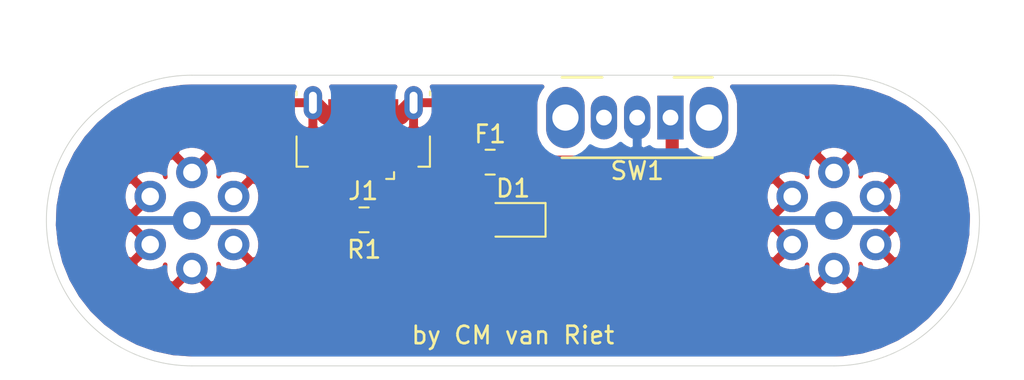
<source format=kicad_pcb>
(kicad_pcb (version 20171130) (host pcbnew "(5.1.5)-3")

  (general
    (thickness 1.6)
    (drawings 5)
    (tracks 20)
    (zones 0)
    (modules 7)
    (nets 6)
  )

  (page A4)
  (layers
    (0 F.Cu signal)
    (31 B.Cu signal)
    (32 B.Adhes user)
    (33 F.Adhes user)
    (34 B.Paste user)
    (35 F.Paste user)
    (36 B.SilkS user)
    (37 F.SilkS user)
    (38 B.Mask user hide)
    (39 F.Mask user)
    (40 Dwgs.User user hide)
    (41 Cmts.User user)
    (42 Eco1.User user hide)
    (43 Eco2.User user hide)
    (44 Edge.Cuts user)
    (45 Margin user)
    (46 B.CrtYd user)
    (47 F.CrtYd user hide)
    (48 B.Fab user)
    (49 F.Fab user hide)
  )

  (setup
    (last_trace_width 0.5)
    (user_trace_width 0.5)
    (user_trace_width 0.75)
    (user_trace_width 1)
    (trace_clearance 0.2)
    (zone_clearance 0.508)
    (zone_45_only no)
    (trace_min 0.2)
    (via_size 0.8)
    (via_drill 0.4)
    (via_min_size 0.4)
    (via_min_drill 0.3)
    (uvia_size 0.3)
    (uvia_drill 0.1)
    (uvias_allowed no)
    (uvia_min_size 0.2)
    (uvia_min_drill 0.1)
    (edge_width 0.05)
    (segment_width 0.2)
    (pcb_text_width 0.3)
    (pcb_text_size 1.5 1.5)
    (mod_edge_width 0.12)
    (mod_text_size 1 1)
    (mod_text_width 0.15)
    (pad_size 1.8 1.8)
    (pad_drill 1)
    (pad_to_mask_clearance 0.051)
    (solder_mask_min_width 0.25)
    (aux_axis_origin 0 0)
    (visible_elements 7FFFFFFF)
    (pcbplotparams
      (layerselection 0x010f0_ffffffff)
      (usegerberextensions false)
      (usegerberattributes false)
      (usegerberadvancedattributes false)
      (creategerberjobfile false)
      (excludeedgelayer true)
      (linewidth 0.100000)
      (plotframeref false)
      (viasonmask false)
      (mode 1)
      (useauxorigin false)
      (hpglpennumber 1)
      (hpglpenspeed 20)
      (hpglpendiameter 15.000000)
      (psnegative false)
      (psa4output false)
      (plotreference true)
      (plotvalue false)
      (plotinvisibletext false)
      (padsonsilk true)
      (subtractmaskfromsilk false)
      (outputformat 1)
      (mirror false)
      (drillshape 0)
      (scaleselection 1)
      (outputdirectory "Gerbers/"))
  )

  (net 0 "")
  (net 1 GND)
  (net 2 +5V)
  (net 3 "Net-(F1-Pad2)")
  (net 4 "Net-(F1-Pad1)")
  (net 5 "Net-(D1-Pad2)")

  (net_class Default "This is the default net class."
    (clearance 0.2)
    (trace_width 0.25)
    (via_dia 0.8)
    (via_drill 0.4)
    (uvia_dia 0.3)
    (uvia_drill 0.1)
    (add_net +5V)
    (add_net GND)
    (add_net "Net-(D1-Pad2)")
    (add_net "Net-(F1-Pad1)")
    (add_net "Net-(F1-Pad2)")
    (add_net "Net-(J1-Pad2)")
    (add_net "Net-(J1-Pad3)")
    (add_net "Net-(J1-Pad4)")
  )

  (net_class Pad ""
    (clearance 0.1)
    (trace_width 0.25)
    (via_dia 0.8)
    (via_drill 0.4)
    (uvia_dia 0.3)
    (uvia_drill 0.1)
  )

  (module "Stacked desk light:Conn_hex_v2" (layer F.Cu) (tedit 608ED14E) (tstamp 6026C4D0)
    (at 81.662804 99.939092 90)
    (path /608F6440)
    (fp_text reference H2 (at 0 4.9 90) (layer F.Fab)
      (effects (font (size 1 1) (thickness 0.15)))
    )
    (fp_text value Hex_Conn_v2 (at 0 -4.9 90) (layer F.Fab)
      (effects (font (size 1 1) (thickness 0.15)))
    )
    (fp_line (start 4 0) (end 2 3.464102) (layer F.CrtYd) (width 0.05))
    (fp_line (start 4 0) (end 2 -3.464102) (layer F.CrtYd) (width 0.05))
    (fp_line (start 2 -3.464102) (end -2 -3.464102) (layer F.CrtYd) (width 0.05))
    (fp_line (start -2 -3.464102) (end -4 0) (layer F.CrtYd) (width 0.05))
    (fp_line (start -4 0) (end -2 3.464102) (layer F.CrtYd) (width 0.05))
    (fp_line (start -2 3.464102) (end 2 3.464102) (layer F.CrtYd) (width 0.05))
    (fp_line (start 0 0) (end -2 -3.464102) (layer Dwgs.User) (width 0.05))
    (fp_line (start 0 0) (end 2 3.464102) (layer Dwgs.User) (width 0.05))
    (fp_line (start 0 0) (end 1.375 -2.38157) (layer Dwgs.User) (width 0.05))
    (fp_line (start 0 0) (end -1.375 2.38157) (layer Dwgs.User) (width 0.05))
    (pad 7 thru_hole circle (at 0 0 90) (size 2.2 2.2) (drill 1) (layers *.Cu *.Mask)
      (net 2 +5V))
    (pad 1 thru_hole circle (at 1.375 -2.38157 90) (size 1.8 1.8) (drill 1) (layers *.Cu *.Mask)
      (net 1 GND))
    (pad 2 thru_hole circle (at 2.75 0 90) (size 1.8 1.8) (drill 1) (layers *.Cu *.Mask)
      (net 1 GND))
    (pad 3 thru_hole circle (at 1.375 2.38157 90) (size 1.8 1.8) (drill 1) (layers *.Cu *.Mask)
      (net 1 GND))
    (pad 4 thru_hole circle (at -1.375 2.38157 90) (size 1.8 1.8) (drill 1) (layers *.Cu *.Mask)
      (net 1 GND))
    (pad 5 thru_hole circle (at -2.75 0 90) (size 1.8 1.8) (drill 1) (layers *.Cu *.Mask)
      (net 1 GND))
    (pad 6 thru_hole circle (at -1.375 -2.38157 90) (size 1.8 1.8) (drill 1) (layers *.Cu *.Mask)
      (net 1 GND))
  )

  (module "Stacked desk light:Conn_hex_v2" (layer F.Cu) (tedit 608ED14E) (tstamp 60265DE1)
    (at 118.337168 99.939092 90)
    (path /608EDB19)
    (fp_text reference H1 (at 0 4.9 90) (layer F.Fab)
      (effects (font (size 1 1) (thickness 0.15)))
    )
    (fp_text value Hex_Conn_v2 (at 0 -4.9 90) (layer F.Fab)
      (effects (font (size 1 1) (thickness 0.15)))
    )
    (fp_line (start 4 0) (end 2 3.464102) (layer F.CrtYd) (width 0.05))
    (fp_line (start 4 0) (end 2 -3.464102) (layer F.CrtYd) (width 0.05))
    (fp_line (start 2 -3.464102) (end -2 -3.464102) (layer F.CrtYd) (width 0.05))
    (fp_line (start -2 -3.464102) (end -4 0) (layer F.CrtYd) (width 0.05))
    (fp_line (start -4 0) (end -2 3.464102) (layer F.CrtYd) (width 0.05))
    (fp_line (start -2 3.464102) (end 2 3.464102) (layer F.CrtYd) (width 0.05))
    (fp_line (start 0 0) (end -2 -3.464102) (layer Dwgs.User) (width 0.05))
    (fp_line (start 0 0) (end 2 3.464102) (layer Dwgs.User) (width 0.05))
    (fp_line (start 0 0) (end 1.375 -2.38157) (layer Dwgs.User) (width 0.05))
    (fp_line (start 0 0) (end -1.375 2.38157) (layer Dwgs.User) (width 0.05))
    (pad 7 thru_hole circle (at 0 0 90) (size 2.2 2.2) (drill 1) (layers *.Cu *.Mask)
      (net 2 +5V))
    (pad 1 thru_hole circle (at 1.375 -2.38157 90) (size 1.8 1.8) (drill 1) (layers *.Cu *.Mask)
      (net 1 GND))
    (pad 2 thru_hole circle (at 2.75 0 90) (size 1.8 1.8) (drill 1) (layers *.Cu *.Mask)
      (net 1 GND))
    (pad 3 thru_hole circle (at 1.375 2.38157 90) (size 1.8 1.8) (drill 1) (layers *.Cu *.Mask)
      (net 1 GND))
    (pad 4 thru_hole circle (at -1.375 2.38157 90) (size 1.8 1.8) (drill 1) (layers *.Cu *.Mask)
      (net 1 GND))
    (pad 5 thru_hole circle (at -2.75 0 90) (size 1.8 1.8) (drill 1) (layers *.Cu *.Mask)
      (net 1 GND))
    (pad 6 thru_hole circle (at -1.375 -2.38157 90) (size 1.8 1.8) (drill 1) (layers *.Cu *.Mask)
      (net 1 GND))
  )

  (module Button_Switch_THT:SW_CuK_OS102011MA1QN1_SPDT_Angled (layer F.Cu) (tedit 606882E5) (tstamp 602CA15E)
    (at 109.1 94.05 180)
    (descr "CuK miniature slide switch, OS series, SPDT, right angle, http://www.ckswitches.com/media/1428/os.pdf")
    (tags "switch SPDT")
    (path /602C4982)
    (fp_text reference SW1 (at 2 -3.05 180) (layer F.SilkS)
      (effects (font (size 1 1) (thickness 0.15)))
    )
    (fp_text value SW_DIP_x01 (at 1.7 7.7 180) (layer F.Fab)
      (effects (font (size 1 1) (thickness 0.15)))
    )
    (fp_line (start -3.7 -2.7) (end 7.7 -2.7) (layer F.CrtYd) (width 0.05))
    (fp_line (start -3.7 6.7) (end -3.7 -2.7) (layer F.CrtYd) (width 0.05))
    (fp_line (start 7.7 6.7) (end -3.7 6.7) (layer F.CrtYd) (width 0.05))
    (fp_line (start 7.7 -2.7) (end 7.7 6.7) (layer F.CrtYd) (width 0.05))
    (fp_line (start 4 2.3) (end 6.3 2.3) (layer F.SilkS) (width 0.15))
    (fp_line (start -2.3 2.3) (end -0.1 2.3) (layer F.SilkS) (width 0.15))
    (fp_line (start -2.3 -2.3) (end 6.3 -2.3) (layer F.SilkS) (width 0.15))
    (fp_line (start 0 6.2) (end 0 2.2) (layer F.Fab) (width 0.1))
    (fp_line (start 2 6.2) (end 0 6.2) (layer F.Fab) (width 0.1))
    (fp_line (start 2 2.2) (end 2 6.2) (layer F.Fab) (width 0.1))
    (fp_line (start 6.3 2.2) (end 6.3 -2.2) (layer F.Fab) (width 0.1))
    (fp_line (start -2.3 2.2) (end 6.3 2.2) (layer F.Fab) (width 0.1))
    (fp_line (start -2.3 -2.2) (end -2.3 2.2) (layer F.Fab) (width 0.1))
    (fp_line (start -2.3 -2.2) (end 6.3 -2.2) (layer F.Fab) (width 0.1))
    (fp_text user %R (at 2.3 1.7 180) (layer F.Fab)
      (effects (font (size 0.5 0.5) (thickness 0.1)))
    )
    (pad "" thru_hole oval (at 6.1 0 180) (size 2.2 3.5) (drill 1.5) (layers *.Cu *.Mask))
    (pad "" thru_hole oval (at -2.1 0 180) (size 2.2 3.5) (drill 1.5) (layers *.Cu *.Mask))
    (pad 3 thru_hole oval (at 3.9 0 180) (size 1.5 2.5) (drill 0.9) (layers *.Cu *.Mask))
    (pad 2 thru_hole oval (at 2 0 180) (size 1.5 2.5) (drill 0.9) (layers *.Cu *.Mask)
      (net 2 +5V))
    (pad 1 thru_hole rect (at 0.1 0 180) (size 1.5 2.5) (drill 0.9) (layers *.Cu *.Mask)
      (net 4 "Net-(F1-Pad1)"))
    (model ${KISYS3DMOD}/Button_Switch_THT.3dshapes/SW_CuK_OS102011MA1QN1_SPDT_Angled.wrl
      (at (xyz 0 0 0))
      (scale (xyz 1 1 1))
      (rotate (xyz 0 0 0))
    )
  )

  (module Fuse:Fuse_0805_2012Metric_Pad1.15x1.40mm_HandSolder (layer F.Cu) (tedit 5B36C52C) (tstamp 60490EAB)
    (at 98.7 96.6 180)
    (descr "Fuse SMD 0805 (2012 Metric), square (rectangular) end terminal, IPC_7351 nominal with elongated pad for handsoldering. (Body size source: https://docs.google.com/spreadsheets/d/1BsfQQcO9C6DZCsRaXUlFlo91Tg2WpOkGARC1WS5S8t0/edit?usp=sharing), generated with kicad-footprint-generator")
    (tags "resistor handsolder")
    (path /604980E8)
    (attr smd)
    (fp_text reference F1 (at 0 1.6) (layer F.SilkS)
      (effects (font (size 1 1) (thickness 0.15)))
    )
    (fp_text value Fuse_Small (at 0 1.65) (layer F.Fab)
      (effects (font (size 1 1) (thickness 0.15)))
    )
    (fp_text user %R (at 0 0) (layer F.Fab)
      (effects (font (size 0.5 0.5) (thickness 0.08)))
    )
    (fp_line (start 1.85 0.95) (end -1.85 0.95) (layer F.CrtYd) (width 0.05))
    (fp_line (start 1.85 -0.95) (end 1.85 0.95) (layer F.CrtYd) (width 0.05))
    (fp_line (start -1.85 -0.95) (end 1.85 -0.95) (layer F.CrtYd) (width 0.05))
    (fp_line (start -1.85 0.95) (end -1.85 -0.95) (layer F.CrtYd) (width 0.05))
    (fp_line (start -0.261252 0.71) (end 0.261252 0.71) (layer F.SilkS) (width 0.12))
    (fp_line (start -0.261252 -0.71) (end 0.261252 -0.71) (layer F.SilkS) (width 0.12))
    (fp_line (start 1 0.6) (end -1 0.6) (layer F.Fab) (width 0.1))
    (fp_line (start 1 -0.6) (end 1 0.6) (layer F.Fab) (width 0.1))
    (fp_line (start -1 -0.6) (end 1 -0.6) (layer F.Fab) (width 0.1))
    (fp_line (start -1 0.6) (end -1 -0.6) (layer F.Fab) (width 0.1))
    (pad 2 smd roundrect (at 1.025 0 180) (size 1.15 1.4) (layers F.Cu F.Paste F.Mask) (roundrect_rratio 0.217391)
      (net 3 "Net-(F1-Pad2)"))
    (pad 1 smd roundrect (at -1.025 0 180) (size 1.15 1.4) (layers F.Cu F.Paste F.Mask) (roundrect_rratio 0.217391)
      (net 4 "Net-(F1-Pad1)"))
    (model ${KISYS3DMOD}/Fuse.3dshapes/Fuse_0805_2012Metric.wrl
      (at (xyz 0 0 0))
      (scale (xyz 1 1 1))
      (rotate (xyz 0 0 0))
    )
  )

  (module "Stacked desk light:USB_Micro-B_MC-026" (layer F.Cu) (tedit 6041258F) (tstamp 60415CE8)
    (at 91.45 95.15 180)
    (descr "GCT Micro USB https://gct.co/files/drawings/usb3076.pdf")
    (tags "Micro-USB SMD Typ-B GCT")
    (path /6022913A)
    (attr smd)
    (fp_text reference J1 (at 0 -3.1) (layer F.SilkS)
      (effects (font (size 1 1) (thickness 0.15)))
    )
    (fp_text value USB_B_Micro (at 0 5.2) (layer F.Fab)
      (effects (font (size 1 1) (thickness 0.15)))
    )
    (fp_line (start -1.1 -2.16) (end -1.1 -1.95) (layer F.Fab) (width 0.1))
    (fp_line (start -1.5 -2.16) (end -1.5 -1.95) (layer F.Fab) (width 0.1))
    (fp_line (start -1.5 -2.16) (end -1.1 -2.16) (layer F.Fab) (width 0.1))
    (fp_line (start -1.1 -1.95) (end -1.3 -1.75) (layer F.Fab) (width 0.1))
    (fp_line (start -1.3 -1.75) (end -1.5 -1.95) (layer F.Fab) (width 0.1))
    (fp_line (start -1.76 -2.41) (end -1.76 -2.02) (layer F.SilkS) (width 0.12))
    (fp_line (start -1.76 -2.41) (end -1.31 -2.41) (layer F.SilkS) (width 0.12))
    (fp_text user %R (at 0 0.85) (layer F.Fab)
      (effects (font (size 1 1) (thickness 0.15)))
    )
    (fp_line (start 3.81 -1.71) (end 3.16 -1.71) (layer F.SilkS) (width 0.12))
    (fp_line (start 3.81 0.02) (end 3.81 -1.71) (layer F.SilkS) (width 0.12))
    (fp_line (start -3.81 2.59) (end -3.81 2.38) (layer F.SilkS) (width 0.12))
    (fp_line (start -3.7 3.95) (end -3.7 -1.6) (layer F.Fab) (width 0.1))
    (fp_line (start -3.7 -1.6) (end 3.7 -1.6) (layer F.Fab) (width 0.1))
    (fp_line (start -3.7 3.95) (end 3.7 3.95) (layer F.Fab) (width 0.1))
    (fp_line (start -3 3.5) (end 3 3.5) (layer F.Fab) (width 0.2))
    (fp_line (start 3.7 3.95) (end 3.7 -1.6) (layer F.Fab) (width 0.1))
    (fp_line (start 3.81 2.59) (end 3.81 2.38) (layer F.SilkS) (width 0.12))
    (fp_line (start -3.81 0.02) (end -3.81 -1.71) (layer F.SilkS) (width 0.12))
    (fp_line (start -3.81 -1.71) (end -3.15 -1.71) (layer F.SilkS) (width 0.12))
    (fp_text user "PCB Edge" (at 0 2.65) (layer Dwgs.User)
      (effects (font (size 0.5 0.5) (thickness 0.08)))
    )
    (fp_line (start -4.6 4.45) (end -4.6 -2.65) (layer F.CrtYd) (width 0.05))
    (fp_line (start -4.6 -2.65) (end 4.6 -2.65) (layer F.CrtYd) (width 0.05))
    (fp_line (start 4.6 -2.65) (end 4.6 4.45) (layer F.CrtYd) (width 0.05))
    (fp_line (start -4.6 4.45) (end 4.6 4.45) (layer F.CrtYd) (width 0.05))
    (pad 6 thru_hole oval (at 2.875 1.95 180) (size 1.05 1.9) (drill oval 0.45 1.25) (layers *.Cu *.Mask)
      (net 1 GND))
    (pad 6 thru_hole oval (at -2.875 1.95) (size 1.05 1.9) (drill oval 0.45 1.25) (layers *.Cu *.Mask)
      (net 1 GND))
    (pad 6 smd rect (at -1.125 1.2 180) (size 1.75 1.9) (layers F.Cu F.Paste F.Mask)
      (net 1 GND))
    (pad 3 smd rect (at 0 -1.45 180) (size 0.4 1.4) (layers F.Cu F.Paste F.Mask))
    (pad 4 smd rect (at 0.65 -1.45 180) (size 0.4 1.4) (layers F.Cu F.Paste F.Mask))
    (pad 5 smd rect (at 1.3 -1.45 180) (size 0.4 1.4) (layers F.Cu F.Paste F.Mask)
      (net 1 GND))
    (pad 1 smd rect (at -1.3 -1.45 180) (size 0.4 1.4) (layers F.Cu F.Paste F.Mask)
      (net 3 "Net-(F1-Pad2)"))
    (pad 2 smd rect (at -0.65 -1.45 180) (size 0.4 1.4) (layers F.Cu F.Paste F.Mask))
    (pad 6 smd rect (at 1.125 1.2 180) (size 1.75 1.9) (layers F.Cu F.Paste F.Mask)
      (net 1 GND))
    (model ${KISYS3DMOD}/Connector_USB.3dshapes/USB_Micro-B_GCT_USB3076-30-A.wrl
      (at (xyz 0 0 0))
      (scale (xyz 1 1 1))
      (rotate (xyz 0 0 0))
    )
  )

  (module Resistor_SMD:R_0805_2012Metric_Pad1.15x1.40mm_HandSolder (layer F.Cu) (tedit 5B36C52B) (tstamp 6021D82A)
    (at 91.495 99.9 180)
    (descr "Resistor SMD 0805 (2012 Metric), square (rectangular) end terminal, IPC_7351 nominal with elongated pad for handsoldering. (Body size source: https://docs.google.com/spreadsheets/d/1BsfQQcO9C6DZCsRaXUlFlo91Tg2WpOkGARC1WS5S8t0/edit?usp=sharing), generated with kicad-footprint-generator")
    (tags "resistor handsolder")
    (path /6022914C)
    (attr smd)
    (fp_text reference R1 (at -0.005 -1.7) (layer F.SilkS)
      (effects (font (size 1 1) (thickness 0.15)))
    )
    (fp_text value 150 (at -0.005 -1.66) (layer F.Fab)
      (effects (font (size 1 1) (thickness 0.15)))
    )
    (fp_text user %R (at 0 0) (layer F.Fab)
      (effects (font (size 0.5 0.5) (thickness 0.08)))
    )
    (fp_line (start 1.85 0.95) (end -1.85 0.95) (layer F.CrtYd) (width 0.05))
    (fp_line (start 1.85 -0.95) (end 1.85 0.95) (layer F.CrtYd) (width 0.05))
    (fp_line (start -1.85 -0.95) (end 1.85 -0.95) (layer F.CrtYd) (width 0.05))
    (fp_line (start -1.85 0.95) (end -1.85 -0.95) (layer F.CrtYd) (width 0.05))
    (fp_line (start -0.261252 0.71) (end 0.261252 0.71) (layer F.SilkS) (width 0.12))
    (fp_line (start -0.261252 -0.71) (end 0.261252 -0.71) (layer F.SilkS) (width 0.12))
    (fp_line (start 1 0.6) (end -1 0.6) (layer F.Fab) (width 0.1))
    (fp_line (start 1 -0.6) (end 1 0.6) (layer F.Fab) (width 0.1))
    (fp_line (start -1 -0.6) (end 1 -0.6) (layer F.Fab) (width 0.1))
    (fp_line (start -1 0.6) (end -1 -0.6) (layer F.Fab) (width 0.1))
    (pad 2 smd roundrect (at 1.025 0 180) (size 1.15 1.4) (layers F.Cu F.Paste F.Mask) (roundrect_rratio 0.217391)
      (net 2 +5V))
    (pad 1 smd roundrect (at -1.025 0 180) (size 1.15 1.4) (layers F.Cu F.Paste F.Mask) (roundrect_rratio 0.217391)
      (net 5 "Net-(D1-Pad2)"))
    (model ${KISYS3DMOD}/Resistor_SMD.3dshapes/R_0805_2012Metric.wrl
      (at (xyz 0 0 0))
      (scale (xyz 1 1 1))
      (rotate (xyz 0 0 0))
    )
  )

  (module LED_SMD:LED_0805_2012Metric_Pad1.15x1.40mm_HandSolder (layer F.Cu) (tedit 5B4B45C9) (tstamp 6022F6F1)
    (at 100.005 99.9 180)
    (descr "LED SMD 0805 (2012 Metric), square (rectangular) end terminal, IPC_7351 nominal, (Body size source: https://docs.google.com/spreadsheets/d/1BsfQQcO9C6DZCsRaXUlFlo91Tg2WpOkGARC1WS5S8t0/edit?usp=sharing), generated with kicad-footprint-generator")
    (tags "LED handsolder")
    (path /60229134)
    (attr smd)
    (fp_text reference D1 (at -0.005 1.8) (layer F.SilkS)
      (effects (font (size 1 1) (thickness 0.15)))
    )
    (fp_text value LED (at 0 1.65) (layer F.Fab)
      (effects (font (size 1 1) (thickness 0.15)))
    )
    (fp_text user %R (at 0 0) (layer F.Fab)
      (effects (font (size 0.5 0.5) (thickness 0.08)))
    )
    (fp_line (start 1.85 0.95) (end -1.85 0.95) (layer F.CrtYd) (width 0.05))
    (fp_line (start 1.85 -0.95) (end 1.85 0.95) (layer F.CrtYd) (width 0.05))
    (fp_line (start -1.85 -0.95) (end 1.85 -0.95) (layer F.CrtYd) (width 0.05))
    (fp_line (start -1.85 0.95) (end -1.85 -0.95) (layer F.CrtYd) (width 0.05))
    (fp_line (start -1.86 0.96) (end 1 0.96) (layer F.SilkS) (width 0.12))
    (fp_line (start -1.86 -0.96) (end -1.86 0.96) (layer F.SilkS) (width 0.12))
    (fp_line (start 1 -0.96) (end -1.86 -0.96) (layer F.SilkS) (width 0.12))
    (fp_line (start 1 0.6) (end 1 -0.6) (layer F.Fab) (width 0.1))
    (fp_line (start -1 0.6) (end 1 0.6) (layer F.Fab) (width 0.1))
    (fp_line (start -1 -0.3) (end -1 0.6) (layer F.Fab) (width 0.1))
    (fp_line (start -0.7 -0.6) (end -1 -0.3) (layer F.Fab) (width 0.1))
    (fp_line (start 1 -0.6) (end -0.7 -0.6) (layer F.Fab) (width 0.1))
    (pad 2 smd roundrect (at 1.025 0 180) (size 1.15 1.4) (layers F.Cu F.Paste F.Mask) (roundrect_rratio 0.217391)
      (net 5 "Net-(D1-Pad2)"))
    (pad 1 smd roundrect (at -1.025 0 180) (size 1.15 1.4) (layers F.Cu F.Paste F.Mask) (roundrect_rratio 0.217391)
      (net 1 GND))
    (model ${KISYS3DMOD}/LED_SMD.3dshapes/LED_0805_2012Metric.wrl
      (at (xyz 0 0 0))
      (scale (xyz 1 1 1))
      (rotate (xyz 0 0 0))
    )
  )

  (gr_text "by CM van Riet" (at 100 106.5) (layer F.SilkS)
    (effects (font (size 1 1) (thickness 0.15)))
  )
  (gr_line (start 81.662804 108.251903) (end 118.337168 108.251903) (layer Edge.Cuts) (width 0.05) (tstamp 6026C648))
  (gr_line (start 118.337168 91.626281) (end 81.662804 91.626281) (layer Edge.Cuts) (width 0.05) (tstamp 6026C647))
  (gr_arc (start 118.337168 99.939092) (end 118.337168 108.251903) (angle -180) (layer Edge.Cuts) (width 0.05) (tstamp 6026C642))
  (gr_arc (start 81.662804 99.939092) (end 81.662804 91.626281) (angle -180) (layer Edge.Cuts) (width 0.05))

  (segment (start 90.15 94.125) (end 90.325 93.95) (width 0.5) (layer F.Cu) (net 1))
  (segment (start 90.15 96.6) (end 90.15 94.125) (width 0.5) (layer F.Cu) (net 1))
  (segment (start 90.325 93.95) (end 92.575 93.95) (width 1) (layer F.Cu) (net 1))
  (segment (start 93.575 93.95) (end 94.325 93.2) (width 1) (layer F.Cu) (net 1))
  (segment (start 92.575 93.95) (end 93.575 93.95) (width 1) (layer F.Cu) (net 1))
  (segment (start 89.325 93.95) (end 88.575 93.2) (width 1) (layer F.Cu) (net 1))
  (segment (start 90.325 93.95) (end 89.325 93.95) (width 1) (layer F.Cu) (net 1))
  (segment (start 90.15 96.6) (end 90.15 97.85) (width 0.5) (layer F.Cu) (net 1))
  (segment (start 90.430908 99.939092) (end 90.47 99.9) (width 0.5) (layer F.Cu) (net 2))
  (segment (start 81.662804 99.939092) (end 90.430908 99.939092) (width 0.5) (layer F.Cu) (net 2))
  (segment (start 81.662804 99.939092) (end 85.139092 99.939092) (width 0.5) (layer B.Cu) (net 2))
  (segment (start 81.662804 99.939092) (end 78.260908 99.939092) (width 0.5) (layer B.Cu) (net 2))
  (segment (start 118.337168 99.939092) (end 114.660908 99.939092) (width 0.5) (layer B.Cu) (net 2))
  (segment (start 118.337168 99.939092) (end 121.939092 99.939092) (width 0.5) (layer B.Cu) (net 2))
  (segment (start 97.675 96.6) (end 92.875001 96.6) (width 0.75) (layer F.Cu) (net 3))
  (segment (start 109.1 94.05) (end 109.1 96.05) (width 0.75) (layer F.Cu) (net 4))
  (segment (start 109.1 96.05) (end 108.55 96.6) (width 0.75) (layer F.Cu) (net 4))
  (segment (start 108.55 96.6) (end 99.725 96.6) (width 0.75) (layer F.Cu) (net 4))
  (segment (start 92.53 99.93) (end 92.52 99.94) (width 0.5) (layer F.Cu) (net 5))
  (segment (start 98.98 99.93) (end 92.53 99.93) (width 0.5) (layer F.Cu) (net 5))

  (zone (net 1) (net_name GND) (layer F.Cu) (tstamp 604681A3) (hatch edge 0.508)
    (connect_pads (clearance 0.508))
    (min_thickness 0.254)
    (fill yes (arc_segments 32) (thermal_gap 0.508) (thermal_bridge_width 0.508))
    (polygon
      (pts
        (xy 123.9 91.215) (xy 129.2 100) (xy 123.295 109.08) (xy 76.305 108.52) (xy 70.7 99.6)
        (xy 76.3 91.185)
      )
    )
    (filled_polygon
      (pts
        (xy 87.462066 92.424135) (xy 87.415 92.648) (xy 87.415 93.073) (xy 88.448 93.073) (xy 88.448 93.053)
        (xy 88.702 93.053) (xy 88.702 93.073) (xy 88.722 93.073) (xy 88.722 93.327) (xy 88.702 93.327)
        (xy 88.702 94.618163) (xy 88.812871 94.696166) (xy 88.811928 94.9) (xy 88.824188 95.024482) (xy 88.860498 95.14418)
        (xy 88.919463 95.254494) (xy 88.998815 95.351185) (xy 89.095506 95.430537) (xy 89.20582 95.489502) (xy 89.325518 95.525812)
        (xy 89.428224 95.535927) (xy 89.413997 95.553826) (xy 89.356761 95.665046) (xy 89.322323 95.785296) (xy 89.312006 95.909954)
        (xy 89.315 96.31425) (xy 89.47375 96.473) (xy 89.961928 96.473) (xy 89.961928 96.727) (xy 89.47375 96.727)
        (xy 89.315 96.88575) (xy 89.312006 97.290046) (xy 89.322323 97.414704) (xy 89.356761 97.534954) (xy 89.413997 97.646174)
        (xy 89.491831 97.744092) (xy 89.587273 97.824943) (xy 89.696654 97.885621) (xy 89.815771 97.923794) (xy 89.91825 97.935)
        (xy 90.077 97.77625) (xy 90.077 97.663678) (xy 90.148815 97.751185) (xy 90.245506 97.830537) (xy 90.313782 97.867032)
        (xy 90.38175 97.935) (xy 90.472936 97.925029) (xy 90.475518 97.925812) (xy 90.6 97.938072) (xy 91 97.938072)
        (xy 91.124482 97.925812) (xy 91.125 97.925655) (xy 91.125518 97.925812) (xy 91.25 97.938072) (xy 91.65 97.938072)
        (xy 91.774482 97.925812) (xy 91.775 97.925655) (xy 91.775518 97.925812) (xy 91.9 97.938072) (xy 92.3 97.938072)
        (xy 92.424482 97.925812) (xy 92.425 97.925655) (xy 92.425518 97.925812) (xy 92.55 97.938072) (xy 92.95 97.938072)
        (xy 93.074482 97.925812) (xy 93.19418 97.889502) (xy 93.304494 97.830537) (xy 93.401185 97.751185) (xy 93.480537 97.654494)
        (xy 93.50432 97.61) (xy 96.666263 97.61) (xy 96.722038 97.677962) (xy 96.856613 97.788405) (xy 97.010149 97.870472)
        (xy 97.176745 97.921008) (xy 97.349999 97.938072) (xy 98.000001 97.938072) (xy 98.173255 97.921008) (xy 98.339851 97.870472)
        (xy 98.493387 97.788405) (xy 98.627962 97.677962) (xy 98.7 97.590184) (xy 98.772038 97.677962) (xy 98.906613 97.788405)
        (xy 99.060149 97.870472) (xy 99.226745 97.921008) (xy 99.399999 97.938072) (xy 100.050001 97.938072) (xy 100.223255 97.921008)
        (xy 100.389851 97.870472) (xy 100.543387 97.788405) (xy 100.677962 97.677962) (xy 100.733737 97.61) (xy 108.500392 97.61)
        (xy 108.55 97.614886) (xy 108.747994 97.595385) (xy 108.93838 97.537632) (xy 109.008762 97.500012) (xy 115.071123 97.500012)
        (xy 115.955598 98.384487) (xy 115.969741 98.370345) (xy 116.149346 98.54995) (xy 116.135203 98.564092) (xy 116.149346 98.578235)
        (xy 115.969741 98.75784) (xy 115.955598 98.743697) (xy 115.071123 99.628172) (xy 115.154806 99.882353) (xy 115.266633 99.936057)
        (xy 115.154806 99.995831) (xy 115.071123 100.250012) (xy 115.955598 101.134487) (xy 115.969741 101.120345) (xy 116.149346 101.29995)
        (xy 116.135203 101.314092) (xy 116.149346 101.328235) (xy 115.969741 101.50784) (xy 115.955598 101.493697) (xy 115.071123 102.378172)
        (xy 115.154806 102.632353) (xy 115.427373 102.76325) (xy 115.72024 102.838457) (xy 116.022151 102.855083) (xy 116.321505 102.812489)
        (xy 116.606797 102.712314) (xy 116.75639 102.632353) (xy 116.812322 102.462463) (xy 116.796177 102.755645) (xy 116.838771 103.054999)
        (xy 116.938946 103.340291) (xy 117.018907 103.489884) (xy 117.273088 103.573567) (xy 118.157563 102.689092) (xy 118.143421 102.67495)
        (xy 118.323026 102.495345) (xy 118.337168 102.509487) (xy 118.351311 102.495345) (xy 118.530916 102.67495) (xy 118.516773 102.689092)
        (xy 119.401248 103.573567) (xy 119.655429 103.489884) (xy 119.786326 103.217317) (xy 119.861533 102.92445) (xy 119.878159 102.622539)
        (xy 119.850335 102.426989) (xy 119.917946 102.632353) (xy 120.190513 102.76325) (xy 120.48338 102.838457) (xy 120.785291 102.855083)
        (xy 121.084645 102.812489) (xy 121.369937 102.712314) (xy 121.51953 102.632353) (xy 121.603213 102.378172) (xy 120.718738 101.493697)
        (xy 120.704596 101.50784) (xy 120.524991 101.328235) (xy 120.539133 101.314092) (xy 120.898343 101.314092) (xy 121.782818 102.198567)
        (xy 122.036999 102.114884) (xy 122.167896 101.842317) (xy 122.243103 101.54945) (xy 122.259729 101.247539) (xy 122.217135 100.948185)
        (xy 122.11696 100.662893) (xy 122.036999 100.5133) (xy 121.782818 100.429617) (xy 120.898343 101.314092) (xy 120.539133 101.314092)
        (xy 120.524991 101.29995) (xy 120.704596 101.120345) (xy 120.718738 101.134487) (xy 121.603213 100.250012) (xy 121.51953 99.995831)
        (xy 121.407703 99.942127) (xy 121.51953 99.882353) (xy 121.603213 99.628172) (xy 120.718738 98.743697) (xy 120.704596 98.75784)
        (xy 120.524991 98.578235) (xy 120.539133 98.564092) (xy 120.898343 98.564092) (xy 121.782818 99.448567) (xy 122.036999 99.364884)
        (xy 122.167896 99.092317) (xy 122.243103 98.79945) (xy 122.259729 98.497539) (xy 122.217135 98.198185) (xy 122.11696 97.912893)
        (xy 122.036999 97.7633) (xy 121.782818 97.679617) (xy 120.898343 98.564092) (xy 120.539133 98.564092) (xy 120.524991 98.54995)
        (xy 120.704596 98.370345) (xy 120.718738 98.384487) (xy 121.603213 97.500012) (xy 121.51953 97.245831) (xy 121.246963 97.114934)
        (xy 120.954096 97.039727) (xy 120.652185 97.023101) (xy 120.352831 97.065695) (xy 120.067539 97.16587) (xy 119.917946 97.245831)
        (xy 119.862014 97.415721) (xy 119.878159 97.122539) (xy 119.835565 96.823185) (xy 119.73539 96.537893) (xy 119.655429 96.3883)
        (xy 119.401248 96.304617) (xy 118.516773 97.189092) (xy 118.530916 97.203235) (xy 118.351311 97.38284) (xy 118.337168 97.368697)
        (xy 118.323026 97.38284) (xy 118.143421 97.203235) (xy 118.157563 97.189092) (xy 117.273088 96.304617) (xy 117.018907 96.3883)
        (xy 116.88801 96.660867) (xy 116.812803 96.953734) (xy 116.796177 97.255645) (xy 116.824001 97.451195) (xy 116.75639 97.245831)
        (xy 116.483823 97.114934) (xy 116.190956 97.039727) (xy 115.889045 97.023101) (xy 115.589691 97.065695) (xy 115.304399 97.16587)
        (xy 115.154806 97.245831) (xy 115.071123 97.500012) (xy 109.008762 97.500012) (xy 109.11384 97.443847) (xy 109.267633 97.317633)
        (xy 109.299261 97.279094) (xy 109.779094 96.799261) (xy 109.817633 96.767633) (xy 109.943847 96.61384) (xy 110.037632 96.43838)
        (xy 110.095385 96.247994) (xy 110.11 96.099608) (xy 110.11 96.099599) (xy 110.114526 96.053645) (xy 110.231422 96.149579)
        (xy 110.532832 96.310686) (xy 110.859881 96.409895) (xy 111.2 96.443394) (xy 111.540118 96.409895) (xy 111.867167 96.310686)
        (xy 112.168577 96.149579) (xy 112.198512 96.125012) (xy 117.452693 96.125012) (xy 118.337168 97.009487) (xy 119.221643 96.125012)
        (xy 119.13796 95.870831) (xy 118.865393 95.739934) (xy 118.572526 95.664727) (xy 118.270615 95.648101) (xy 117.971261 95.690695)
        (xy 117.685969 95.79087) (xy 117.536376 95.870831) (xy 117.452693 96.125012) (xy 112.198512 96.125012) (xy 112.432766 95.932766)
        (xy 112.649579 95.668578) (xy 112.810686 95.367168) (xy 112.909895 95.040119) (xy 112.935 94.785225) (xy 112.935 93.314775)
        (xy 112.909895 93.059881) (xy 112.810686 92.732832) (xy 112.649579 92.431422) (xy 112.530465 92.286281) (xy 118.314124 92.286281)
        (xy 119.40201 92.362354) (xy 120.446123 92.584286) (xy 121.449193 92.949374) (xy 122.391691 93.450509) (xy 123.255261 94.077931)
        (xy 124.023116 94.81944) (xy 124.6803 95.660596) (xy 125.214023 96.585031) (xy 125.61389 97.574739) (xy 125.872129 98.610477)
        (xy 125.983707 99.672065) (xy 125.946454 100.738861) (xy 125.761094 101.790086) (xy 125.431237 102.80528) (xy 124.963303 103.764688)
        (xy 124.366397 104.649638) (xy 123.652136 105.442906) (xy 122.834434 106.12904) (xy 121.929188 106.694699) (xy 120.954033 107.128867)
        (xy 119.92794 107.423094) (xy 118.859439 107.573262) (xy 118.325646 107.591903) (xy 81.685848 107.591903) (xy 80.597961 107.51583)
        (xy 79.553849 107.293898) (xy 78.550779 106.92881) (xy 77.60829 106.42768) (xy 76.74471 105.800253) (xy 75.976856 105.058744)
        (xy 75.319672 104.217588) (xy 75.051542 103.753172) (xy 80.778329 103.753172) (xy 80.862012 104.007353) (xy 81.134579 104.13825)
        (xy 81.427446 104.213457) (xy 81.729357 104.230083) (xy 82.028711 104.187489) (xy 82.314003 104.087314) (xy 82.463596 104.007353)
        (xy 82.547279 103.753172) (xy 117.452693 103.753172) (xy 117.536376 104.007353) (xy 117.808943 104.13825) (xy 118.10181 104.213457)
        (xy 118.403721 104.230083) (xy 118.703075 104.187489) (xy 118.988367 104.087314) (xy 119.13796 104.007353) (xy 119.221643 103.753172)
        (xy 118.337168 102.868697) (xy 117.452693 103.753172) (xy 82.547279 103.753172) (xy 81.662804 102.868697) (xy 80.778329 103.753172)
        (xy 75.051542 103.753172) (xy 74.785951 103.293155) (xy 74.386082 102.303445) (xy 74.156002 101.380645) (xy 77.740243 101.380645)
        (xy 77.782837 101.679999) (xy 77.883012 101.965291) (xy 77.962973 102.114884) (xy 78.217154 102.198567) (xy 79.101629 101.314092)
        (xy 78.217154 100.429617) (xy 77.962973 100.5133) (xy 77.832076 100.785867) (xy 77.756869 101.078734) (xy 77.740243 101.380645)
        (xy 74.156002 101.380645) (xy 74.127843 101.267706) (xy 74.016266 100.206118) (xy 74.053518 99.139323) (xy 74.143211 98.630645)
        (xy 77.740243 98.630645) (xy 77.782837 98.929999) (xy 77.883012 99.215291) (xy 77.962973 99.364884) (xy 78.217154 99.448567)
        (xy 79.101629 98.564092) (xy 78.217154 97.679617) (xy 77.962973 97.7633) (xy 77.832076 98.035867) (xy 77.756869 98.328734)
        (xy 77.740243 98.630645) (xy 74.143211 98.630645) (xy 74.238878 98.088098) (xy 74.429958 97.500012) (xy 78.396759 97.500012)
        (xy 79.281234 98.384487) (xy 79.295377 98.370345) (xy 79.474982 98.54995) (xy 79.460839 98.564092) (xy 79.474982 98.578235)
        (xy 79.295377 98.75784) (xy 79.281234 98.743697) (xy 78.396759 99.628172) (xy 78.480442 99.882353) (xy 78.592269 99.936057)
        (xy 78.480442 99.995831) (xy 78.396759 100.250012) (xy 79.281234 101.134487) (xy 79.295377 101.120345) (xy 79.474982 101.29995)
        (xy 79.460839 101.314092) (xy 79.474982 101.328235) (xy 79.295377 101.50784) (xy 79.281234 101.493697) (xy 78.396759 102.378172)
        (xy 78.480442 102.632353) (xy 78.753009 102.76325) (xy 79.045876 102.838457) (xy 79.347787 102.855083) (xy 79.647141 102.812489)
        (xy 79.932433 102.712314) (xy 80.082026 102.632353) (xy 80.137958 102.462463) (xy 80.121813 102.755645) (xy 80.164407 103.054999)
        (xy 80.264582 103.340291) (xy 80.344543 103.489884) (xy 80.598724 103.573567) (xy 81.483199 102.689092) (xy 81.469057 102.67495)
        (xy 81.648662 102.495345) (xy 81.662804 102.509487) (xy 81.676947 102.495345) (xy 81.856552 102.67495) (xy 81.842409 102.689092)
        (xy 82.726884 103.573567) (xy 82.981065 103.489884) (xy 83.111962 103.217317) (xy 83.187169 102.92445) (xy 83.203795 102.622539)
        (xy 83.175971 102.426989) (xy 83.243582 102.632353) (xy 83.516149 102.76325) (xy 83.809016 102.838457) (xy 84.110927 102.855083)
        (xy 84.410281 102.812489) (xy 84.695573 102.712314) (xy 84.845166 102.632353) (xy 84.928849 102.378172) (xy 84.044374 101.493697)
        (xy 84.030232 101.50784) (xy 83.850627 101.328235) (xy 83.864769 101.314092) (xy 83.850627 101.29995) (xy 84.030232 101.120345)
        (xy 84.044374 101.134487) (xy 84.058517 101.120345) (xy 84.238122 101.29995) (xy 84.223979 101.314092) (xy 85.108454 102.198567)
        (xy 85.362635 102.114884) (xy 85.493532 101.842317) (xy 85.568739 101.54945) (xy 85.578034 101.380645) (xy 114.414607 101.380645)
        (xy 114.457201 101.679999) (xy 114.557376 101.965291) (xy 114.637337 102.114884) (xy 114.891518 102.198567) (xy 115.775993 101.314092)
        (xy 114.891518 100.429617) (xy 114.637337 100.5133) (xy 114.50644 100.785867) (xy 114.431233 101.078734) (xy 114.414607 101.380645)
        (xy 85.578034 101.380645) (xy 85.585365 101.247539) (xy 85.542771 100.948185) (xy 85.499198 100.824092) (xy 89.396282 100.824092)
        (xy 89.406595 100.843387) (xy 89.517038 100.977962) (xy 89.651613 101.088405) (xy 89.805149 101.170472) (xy 89.971745 101.221008)
        (xy 90.144999 101.238072) (xy 90.795001 101.238072) (xy 90.968255 101.221008) (xy 91.134851 101.170472) (xy 91.288387 101.088405)
        (xy 91.422962 100.977962) (xy 91.495 100.890184) (xy 91.567038 100.977962) (xy 91.701613 101.088405) (xy 91.855149 101.170472)
        (xy 92.021745 101.221008) (xy 92.194999 101.238072) (xy 92.845001 101.238072) (xy 93.018255 101.221008) (xy 93.184851 101.170472)
        (xy 93.338387 101.088405) (xy 93.472962 100.977962) (xy 93.583405 100.843387) (xy 93.598578 100.815) (xy 97.901422 100.815)
        (xy 97.916595 100.843387) (xy 98.027038 100.977962) (xy 98.161613 101.088405) (xy 98.315149 101.170472) (xy 98.481745 101.221008)
        (xy 98.654999 101.238072) (xy 99.305001 101.238072) (xy 99.478255 101.221008) (xy 99.644851 101.170472) (xy 99.798387 101.088405)
        (xy 99.932962 100.977962) (xy 99.938342 100.971406) (xy 100.003815 101.051185) (xy 100.100506 101.130537) (xy 100.21082 101.189502)
        (xy 100.330518 101.225812) (xy 100.455 101.238072) (xy 100.74425 101.235) (xy 100.903 101.07625) (xy 100.903 100.027)
        (xy 101.157 100.027) (xy 101.157 101.07625) (xy 101.31575 101.235) (xy 101.605 101.238072) (xy 101.729482 101.225812)
        (xy 101.84918 101.189502) (xy 101.959494 101.130537) (xy 102.056185 101.051185) (xy 102.135537 100.954494) (xy 102.194502 100.84418)
        (xy 102.230812 100.724482) (xy 102.243072 100.6) (xy 102.24 100.18575) (xy 102.08125 100.027) (xy 101.157 100.027)
        (xy 100.903 100.027) (xy 100.883 100.027) (xy 100.883 99.773) (xy 100.903 99.773) (xy 100.903 98.72375)
        (xy 101.157 98.72375) (xy 101.157 99.773) (xy 102.08125 99.773) (xy 102.24 99.61425) (xy 102.243072 99.2)
        (xy 102.230812 99.075518) (xy 102.194502 98.95582) (xy 102.135537 98.845506) (xy 102.056185 98.748815) (xy 101.959494 98.669463)
        (xy 101.886872 98.630645) (xy 114.414607 98.630645) (xy 114.457201 98.929999) (xy 114.557376 99.215291) (xy 114.637337 99.364884)
        (xy 114.891518 99.448567) (xy 115.775993 98.564092) (xy 114.891518 97.679617) (xy 114.637337 97.7633) (xy 114.50644 98.035867)
        (xy 114.431233 98.328734) (xy 114.414607 98.630645) (xy 101.886872 98.630645) (xy 101.84918 98.610498) (xy 101.729482 98.574188)
        (xy 101.605 98.561928) (xy 101.31575 98.565) (xy 101.157 98.72375) (xy 100.903 98.72375) (xy 100.74425 98.565)
        (xy 100.455 98.561928) (xy 100.330518 98.574188) (xy 100.21082 98.610498) (xy 100.100506 98.669463) (xy 100.003815 98.748815)
        (xy 99.938342 98.828594) (xy 99.932962 98.822038) (xy 99.798387 98.711595) (xy 99.644851 98.629528) (xy 99.478255 98.578992)
        (xy 99.305001 98.561928) (xy 98.654999 98.561928) (xy 98.481745 98.578992) (xy 98.315149 98.629528) (xy 98.161613 98.711595)
        (xy 98.027038 98.822038) (xy 97.916595 98.956613) (xy 97.869351 99.045) (xy 93.630649 99.045) (xy 93.583405 98.956613)
        (xy 93.472962 98.822038) (xy 93.338387 98.711595) (xy 93.184851 98.629528) (xy 93.018255 98.578992) (xy 92.845001 98.561928)
        (xy 92.194999 98.561928) (xy 92.021745 98.578992) (xy 91.855149 98.629528) (xy 91.701613 98.711595) (xy 91.567038 98.822038)
        (xy 91.495 98.909816) (xy 91.422962 98.822038) (xy 91.288387 98.711595) (xy 91.134851 98.629528) (xy 90.968255 98.578992)
        (xy 90.795001 98.561928) (xy 90.144999 98.561928) (xy 89.971745 98.578992) (xy 89.805149 98.629528) (xy 89.651613 98.711595)
        (xy 89.517038 98.822038) (xy 89.406595 98.956613) (xy 89.354491 99.054092) (xy 85.503348 99.054092) (xy 85.568739 98.79945)
        (xy 85.585365 98.497539) (xy 85.542771 98.198185) (xy 85.442596 97.912893) (xy 85.362635 97.7633) (xy 85.108454 97.679617)
        (xy 84.223979 98.564092) (xy 84.238122 98.578235) (xy 84.058517 98.75784) (xy 84.044374 98.743697) (xy 84.030232 98.75784)
        (xy 83.850627 98.578235) (xy 83.864769 98.564092) (xy 83.850627 98.54995) (xy 84.030232 98.370345) (xy 84.044374 98.384487)
        (xy 84.928849 97.500012) (xy 84.845166 97.245831) (xy 84.572599 97.114934) (xy 84.279732 97.039727) (xy 83.977821 97.023101)
        (xy 83.678467 97.065695) (xy 83.393175 97.16587) (xy 83.243582 97.245831) (xy 83.18765 97.415721) (xy 83.203795 97.122539)
        (xy 83.161201 96.823185) (xy 83.061026 96.537893) (xy 82.981065 96.3883) (xy 82.726884 96.304617) (xy 81.842409 97.189092)
        (xy 81.856552 97.203235) (xy 81.676947 97.38284) (xy 81.662804 97.368697) (xy 81.648662 97.38284) (xy 81.469057 97.203235)
        (xy 81.483199 97.189092) (xy 80.598724 96.304617) (xy 80.344543 96.3883) (xy 80.213646 96.660867) (xy 80.138439 96.953734)
        (xy 80.121813 97.255645) (xy 80.149637 97.451195) (xy 80.082026 97.245831) (xy 79.809459 97.114934) (xy 79.516592 97.039727)
        (xy 79.214681 97.023101) (xy 78.915327 97.065695) (xy 78.630035 97.16587) (xy 78.480442 97.245831) (xy 78.396759 97.500012)
        (xy 74.429958 97.500012) (xy 74.568735 97.072904) (xy 75.03105 96.125012) (xy 80.778329 96.125012) (xy 81.662804 97.009487)
        (xy 82.547279 96.125012) (xy 82.463596 95.870831) (xy 82.191029 95.739934) (xy 81.898162 95.664727) (xy 81.596251 95.648101)
        (xy 81.296897 95.690695) (xy 81.011605 95.79087) (xy 80.862012 95.870831) (xy 80.778329 96.125012) (xy 75.03105 96.125012)
        (xy 75.036669 96.113493) (xy 75.633575 95.228546) (xy 76.347836 94.435278) (xy 77.165539 93.749144) (xy 77.84111 93.327)
        (xy 87.415 93.327) (xy 87.415 93.752) (xy 87.462066 93.975865) (xy 87.551901 94.186246) (xy 87.681053 94.375059)
        (xy 87.844559 94.535047) (xy 88.036136 94.660063) (xy 88.26919 94.743964) (xy 88.448 94.618163) (xy 88.448 93.327)
        (xy 87.415 93.327) (xy 77.84111 93.327) (xy 78.070783 93.183485) (xy 79.045937 92.749318) (xy 80.072032 92.45509)
        (xy 81.140535 92.304922) (xy 81.674326 92.286281) (xy 87.520931 92.286281)
      )
    )
    (filled_polygon
      (pts
        (xy 101.550422 92.431422) (xy 101.389315 92.732832) (xy 101.290105 93.059881) (xy 101.265 93.314775) (xy 101.265 94.785224)
        (xy 101.290105 95.040118) (xy 101.389314 95.367167) (xy 101.508421 95.59) (xy 100.733737 95.59) (xy 100.677962 95.522038)
        (xy 100.543387 95.411595) (xy 100.389851 95.329528) (xy 100.223255 95.278992) (xy 100.050001 95.261928) (xy 99.399999 95.261928)
        (xy 99.226745 95.278992) (xy 99.060149 95.329528) (xy 98.906613 95.411595) (xy 98.772038 95.522038) (xy 98.7 95.609816)
        (xy 98.627962 95.522038) (xy 98.493387 95.411595) (xy 98.339851 95.329528) (xy 98.173255 95.278992) (xy 98.000001 95.261928)
        (xy 97.349999 95.261928) (xy 97.176745 95.278992) (xy 97.010149 95.329528) (xy 96.856613 95.411595) (xy 96.722038 95.522038)
        (xy 96.666263 95.59) (xy 93.50432 95.59) (xy 93.480537 95.545506) (xy 93.472609 95.535845) (xy 93.574482 95.525812)
        (xy 93.69418 95.489502) (xy 93.804494 95.430537) (xy 93.901185 95.351185) (xy 93.980537 95.254494) (xy 94.039502 95.14418)
        (xy 94.075812 95.024482) (xy 94.088072 94.9) (xy 94.087129 94.696166) (xy 94.198 94.618163) (xy 94.198 93.327)
        (xy 94.452 93.327) (xy 94.452 94.618163) (xy 94.63081 94.743964) (xy 94.863864 94.660063) (xy 95.055441 94.535047)
        (xy 95.218947 94.375059) (xy 95.348099 94.186246) (xy 95.437934 93.975865) (xy 95.485 93.752) (xy 95.485 93.327)
        (xy 94.452 93.327) (xy 94.198 93.327) (xy 94.178 93.327) (xy 94.178 93.073) (xy 94.198 93.073)
        (xy 94.198 93.053) (xy 94.452 93.053) (xy 94.452 93.073) (xy 95.485 93.073) (xy 95.485 92.648)
        (xy 95.437934 92.424135) (xy 95.379069 92.286281) (xy 101.669536 92.286281)
      )
    )
    (filled_polygon
      (pts
        (xy 93.238157 92.363032) (xy 92.86075 92.365) (xy 92.702 92.52375) (xy 92.702 93.823) (xy 92.722 93.823)
        (xy 92.722 94.077) (xy 92.702 94.077) (xy 92.702 94.097) (xy 92.448 94.097) (xy 92.448 94.077)
        (xy 90.452 94.077) (xy 90.452 94.097) (xy 90.198 94.097) (xy 90.198 94.077) (xy 90.178 94.077)
        (xy 90.178 93.823) (xy 90.198 93.823) (xy 90.198 92.52375) (xy 90.452 92.52375) (xy 90.452 93.823)
        (xy 92.448 93.823) (xy 92.448 92.52375) (xy 92.28925 92.365) (xy 91.7 92.361928) (xy 91.575518 92.374188)
        (xy 91.45582 92.410498) (xy 91.45 92.413609) (xy 91.44418 92.410498) (xy 91.324482 92.374188) (xy 91.2 92.361928)
        (xy 90.61075 92.365) (xy 90.452 92.52375) (xy 90.198 92.52375) (xy 90.03925 92.365) (xy 89.661843 92.363032)
        (xy 89.629069 92.286281) (xy 93.270931 92.286281)
      )
    )
  )
  (zone (net 2) (net_name +5V) (layer B.Cu) (tstamp 604681A0) (hatch edge 0.508)
    (connect_pads (clearance 0.508))
    (min_thickness 0.254)
    (fill yes (arc_segments 32) (thermal_gap 0.508) (thermal_bridge_width 0.508))
    (polygon
      (pts
        (xy 123.2 91.1) (xy 129 100.1) (xy 123.2 108.9) (xy 76.3 108.9) (xy 70.9 99.7)
        (xy 76.4 91.5)
      )
    )
    (filled_polygon
      (pts
        (xy 87.498115 92.32894) (xy 87.431785 92.5476) (xy 87.415 92.718021) (xy 87.415 93.681978) (xy 87.431785 93.852399)
        (xy 87.498115 94.071059) (xy 87.605829 94.272578) (xy 87.750788 94.449212) (xy 87.927421 94.594171) (xy 88.12894 94.701885)
        (xy 88.3476 94.768215) (xy 88.575 94.790612) (xy 88.802399 94.768215) (xy 89.021059 94.701885) (xy 89.222578 94.594171)
        (xy 89.399212 94.449212) (xy 89.544171 94.272579) (xy 89.651885 94.07106) (xy 89.718215 93.8524) (xy 89.735 93.681979)
        (xy 89.735 92.718022) (xy 89.718215 92.5476) (xy 89.651885 92.32894) (xy 89.629083 92.286281) (xy 93.270917 92.286281)
        (xy 93.248115 92.328941) (xy 93.181785 92.547601) (xy 93.165 92.718022) (xy 93.165 93.681979) (xy 93.181785 93.8524)
        (xy 93.248115 94.07106) (xy 93.35583 94.272579) (xy 93.500789 94.449212) (xy 93.677422 94.594171) (xy 93.878941 94.701885)
        (xy 94.097601 94.768215) (xy 94.325 94.790612) (xy 94.5524 94.768215) (xy 94.77106 94.701885) (xy 94.972579 94.594171)
        (xy 95.149212 94.449212) (xy 95.294171 94.272579) (xy 95.401885 94.07106) (xy 95.468215 93.8524) (xy 95.485 93.681978)
        (xy 95.485 92.718021) (xy 95.468215 92.5476) (xy 95.401885 92.32894) (xy 95.379083 92.286281) (xy 101.669536 92.286281)
        (xy 101.550422 92.431422) (xy 101.389315 92.732832) (xy 101.290105 93.059881) (xy 101.265 93.314775) (xy 101.265 94.785224)
        (xy 101.290105 95.040118) (xy 101.389314 95.367167) (xy 101.550421 95.668577) (xy 101.767234 95.932766) (xy 102.031422 96.149579)
        (xy 102.332832 96.310686) (xy 102.659881 96.409895) (xy 103 96.443394) (xy 103.340118 96.409895) (xy 103.667167 96.310686)
        (xy 103.968577 96.149579) (xy 104.232766 95.932766) (xy 104.421498 95.702795) (xy 104.426812 95.707157) (xy 104.667419 95.835764)
        (xy 104.928493 95.91496) (xy 105.2 95.941701) (xy 105.471506 95.91496) (xy 105.73258 95.835764) (xy 105.973187 95.707157)
        (xy 106.152281 95.560178) (xy 106.21046 95.619145) (xy 106.436132 95.772142) (xy 106.687316 95.878173) (xy 106.758815 95.892318)
        (xy 106.973 95.769656) (xy 106.973 94.177) (xy 106.953 94.177) (xy 106.953 93.923) (xy 106.973 93.923)
        (xy 106.973 93.903) (xy 107.227 93.903) (xy 107.227 93.923) (xy 107.247 93.923) (xy 107.247 94.177)
        (xy 107.227 94.177) (xy 107.227 95.769656) (xy 107.441185 95.892318) (xy 107.512684 95.878173) (xy 107.763868 95.772142)
        (xy 107.797372 95.749427) (xy 107.798815 95.751185) (xy 107.895506 95.830537) (xy 108.00582 95.889502) (xy 108.125518 95.925812)
        (xy 108.25 95.938072) (xy 109.75 95.938072) (xy 109.874482 95.925812) (xy 109.944177 95.90467) (xy 109.967234 95.932766)
        (xy 110.231422 96.149579) (xy 110.532832 96.310686) (xy 110.859881 96.409895) (xy 111.2 96.443394) (xy 111.540118 96.409895)
        (xy 111.867167 96.310686) (xy 112.168577 96.149579) (xy 112.432766 95.932766) (xy 112.649579 95.668578) (xy 112.810686 95.367168)
        (xy 112.909895 95.040119) (xy 112.935 94.785225) (xy 112.935 93.314775) (xy 112.909895 93.059881) (xy 112.810686 92.732832)
        (xy 112.649579 92.431422) (xy 112.530465 92.286281) (xy 118.314124 92.286281) (xy 119.40201 92.362354) (xy 120.446123 92.584286)
        (xy 121.449193 92.949374) (xy 122.391691 93.450509) (xy 123.255261 94.077931) (xy 124.023116 94.81944) (xy 124.6803 95.660596)
        (xy 125.214023 96.585031) (xy 125.61389 97.574739) (xy 125.872129 98.610477) (xy 125.983707 99.672065) (xy 125.946454 100.738861)
        (xy 125.761094 101.790086) (xy 125.431237 102.80528) (xy 124.963303 103.764688) (xy 124.366397 104.649638) (xy 123.652136 105.442906)
        (xy 122.834434 106.12904) (xy 121.929188 106.694699) (xy 120.954033 107.128867) (xy 119.92794 107.423094) (xy 118.859439 107.573262)
        (xy 118.325646 107.591903) (xy 81.685848 107.591903) (xy 80.597961 107.51583) (xy 79.553849 107.293898) (xy 78.550779 106.92881)
        (xy 77.60829 106.42768) (xy 76.74471 105.800253) (xy 75.976856 105.058744) (xy 75.319672 104.217588) (xy 74.785951 103.293155)
        (xy 74.386082 102.303445) (xy 74.127843 101.267706) (xy 74.016266 100.206118) (xy 74.053518 99.139323) (xy 74.181605 98.412908)
        (xy 77.746234 98.412908) (xy 77.746234 98.715276) (xy 77.805223 99.011835) (xy 77.920935 99.291187) (xy 78.088922 99.542597)
        (xy 78.302729 99.756404) (xy 78.554139 99.924391) (xy 78.58963 99.939092) (xy 78.554139 99.953793) (xy 78.302729 100.12178)
        (xy 78.088922 100.335587) (xy 77.920935 100.586997) (xy 77.805223 100.866349) (xy 77.746234 101.162908) (xy 77.746234 101.465276)
        (xy 77.805223 101.761835) (xy 77.920935 102.041187) (xy 78.088922 102.292597) (xy 78.302729 102.506404) (xy 78.554139 102.674391)
        (xy 78.833491 102.790103) (xy 79.13005 102.849092) (xy 79.432418 102.849092) (xy 79.728977 102.790103) (xy 80.008329 102.674391)
        (xy 80.127804 102.59456) (xy 80.127804 102.840276) (xy 80.186793 103.136835) (xy 80.302505 103.416187) (xy 80.470492 103.667597)
        (xy 80.684299 103.881404) (xy 80.935709 104.049391) (xy 81.215061 104.165103) (xy 81.51162 104.224092) (xy 81.813988 104.224092)
        (xy 82.110547 104.165103) (xy 82.389899 104.049391) (xy 82.641309 103.881404) (xy 82.855116 103.667597) (xy 83.023103 103.416187)
        (xy 83.138815 103.136835) (xy 83.197804 102.840276) (xy 83.197804 102.59456) (xy 83.317279 102.674391) (xy 83.596631 102.790103)
        (xy 83.89319 102.849092) (xy 84.195558 102.849092) (xy 84.492117 102.790103) (xy 84.771469 102.674391) (xy 85.022879 102.506404)
        (xy 85.236686 102.292597) (xy 85.404673 102.041187) (xy 85.520385 101.761835) (xy 85.579374 101.465276) (xy 85.579374 101.162908)
        (xy 85.520385 100.866349) (xy 85.404673 100.586997) (xy 85.236686 100.335587) (xy 85.022879 100.12178) (xy 84.771469 99.953793)
        (xy 84.735978 99.939092) (xy 84.771469 99.924391) (xy 85.022879 99.756404) (xy 85.236686 99.542597) (xy 85.404673 99.291187)
        (xy 85.520385 99.011835) (xy 85.579374 98.715276) (xy 85.579374 98.412908) (xy 114.420598 98.412908) (xy 114.420598 98.715276)
        (xy 114.479587 99.011835) (xy 114.595299 99.291187) (xy 114.763286 99.542597) (xy 114.977093 99.756404) (xy 115.228503 99.924391)
        (xy 115.263994 99.939092) (xy 115.228503 99.953793) (xy 114.977093 100.12178) (xy 114.763286 100.335587) (xy 114.595299 100.586997)
        (xy 114.479587 100.866349) (xy 114.420598 101.162908) (xy 114.420598 101.465276) (xy 114.479587 101.761835) (xy 114.595299 102.041187)
        (xy 114.763286 102.292597) (xy 114.977093 102.506404) (xy 115.228503 102.674391) (xy 115.507855 102.790103) (xy 115.804414 102.849092)
        (xy 116.106782 102.849092) (xy 116.403341 102.790103) (xy 116.682693 102.674391) (xy 116.802168 102.59456) (xy 116.802168 102.840276)
        (xy 116.861157 103.136835) (xy 116.976869 103.416187) (xy 117.144856 103.667597) (xy 117.358663 103.881404) (xy 117.610073 104.049391)
        (xy 117.889425 104.165103) (xy 118.185984 104.224092) (xy 118.488352 104.224092) (xy 118.784911 104.165103) (xy 119.064263 104.049391)
        (xy 119.315673 103.881404) (xy 119.52948 103.667597) (xy 119.697467 103.416187) (xy 119.813179 103.136835) (xy 119.872168 102.840276)
        (xy 119.872168 102.59456) (xy 119.991643 102.674391) (xy 120.270995 102.790103) (xy 120.567554 102.849092) (xy 120.869922 102.849092)
        (xy 121.166481 102.790103) (xy 121.445833 102.674391) (xy 121.697243 102.506404) (xy 121.91105 102.292597) (xy 122.079037 102.041187)
        (xy 122.194749 101.761835) (xy 122.253738 101.465276) (xy 122.253738 101.162908) (xy 122.194749 100.866349) (xy 122.079037 100.586997)
        (xy 121.91105 100.335587) (xy 121.697243 100.12178) (xy 121.445833 99.953793) (xy 121.410342 99.939092) (xy 121.445833 99.924391)
        (xy 121.697243 99.756404) (xy 121.91105 99.542597) (xy 122.079037 99.291187) (xy 122.194749 99.011835) (xy 122.253738 98.715276)
        (xy 122.253738 98.412908) (xy 122.194749 98.116349) (xy 122.079037 97.836997) (xy 121.91105 97.585587) (xy 121.697243 97.37178)
        (xy 121.445833 97.203793) (xy 121.166481 97.088081) (xy 120.869922 97.029092) (xy 120.567554 97.029092) (xy 120.270995 97.088081)
        (xy 119.991643 97.203793) (xy 119.872168 97.283624) (xy 119.872168 97.037908) (xy 119.813179 96.741349) (xy 119.697467 96.461997)
        (xy 119.52948 96.210587) (xy 119.315673 95.99678) (xy 119.064263 95.828793) (xy 118.784911 95.713081) (xy 118.488352 95.654092)
        (xy 118.185984 95.654092) (xy 117.889425 95.713081) (xy 117.610073 95.828793) (xy 117.358663 95.99678) (xy 117.144856 96.210587)
        (xy 116.976869 96.461997) (xy 116.861157 96.741349) (xy 116.802168 97.037908) (xy 116.802168 97.283624) (xy 116.682693 97.203793)
        (xy 116.403341 97.088081) (xy 116.106782 97.029092) (xy 115.804414 97.029092) (xy 115.507855 97.088081) (xy 115.228503 97.203793)
        (xy 114.977093 97.37178) (xy 114.763286 97.585587) (xy 114.595299 97.836997) (xy 114.479587 98.116349) (xy 114.420598 98.412908)
        (xy 85.579374 98.412908) (xy 85.520385 98.116349) (xy 85.404673 97.836997) (xy 85.236686 97.585587) (xy 85.022879 97.37178)
        (xy 84.771469 97.203793) (xy 84.492117 97.088081) (xy 84.195558 97.029092) (xy 83.89319 97.029092) (xy 83.596631 97.088081)
        (xy 83.317279 97.203793) (xy 83.197804 97.283624) (xy 83.197804 97.037908) (xy 83.138815 96.741349) (xy 83.023103 96.461997)
        (xy 82.855116 96.210587) (xy 82.641309 95.99678) (xy 82.389899 95.828793) (xy 82.110547 95.713081) (xy 81.813988 95.654092)
        (xy 81.51162 95.654092) (xy 81.215061 95.713081) (xy 80.935709 95.828793) (xy 80.684299 95.99678) (xy 80.470492 96.210587)
        (xy 80.302505 96.461997) (xy 80.186793 96.741349) (xy 80.127804 97.037908) (xy 80.127804 97.283624) (xy 80.008329 97.203793)
        (xy 79.728977 97.088081) (xy 79.432418 97.029092) (xy 79.13005 97.029092) (xy 78.833491 97.088081) (xy 78.554139 97.203793)
        (xy 78.302729 97.37178) (xy 78.088922 97.585587) (xy 77.920935 97.836997) (xy 77.805223 98.116349) (xy 77.746234 98.412908)
        (xy 74.181605 98.412908) (xy 74.238878 98.088098) (xy 74.568735 97.072904) (xy 75.036669 96.113493) (xy 75.633575 95.228546)
        (xy 76.347836 94.435278) (xy 77.165539 93.749144) (xy 78.070783 93.183485) (xy 79.045937 92.749318) (xy 80.072032 92.45509)
        (xy 81.140535 92.304922) (xy 81.674326 92.286281) (xy 87.520917 92.286281)
      )
    )
    (filled_polygon
      (pts
        (xy 118.530916 99.92495) (xy 118.516773 99.939092) (xy 118.530916 99.953235) (xy 118.351311 100.13284) (xy 118.337168 100.118697)
        (xy 118.323026 100.13284) (xy 118.143421 99.953235) (xy 118.157563 99.939092) (xy 118.143421 99.92495) (xy 118.323026 99.745345)
        (xy 118.337168 99.759487) (xy 118.351311 99.745345)
      )
    )
    (filled_polygon
      (pts
        (xy 81.856552 99.92495) (xy 81.842409 99.939092) (xy 81.856552 99.953235) (xy 81.676947 100.13284) (xy 81.662804 100.118697)
        (xy 81.648662 100.13284) (xy 81.469057 99.953235) (xy 81.483199 99.939092) (xy 81.469057 99.92495) (xy 81.648662 99.745345)
        (xy 81.662804 99.759487) (xy 81.676947 99.745345)
      )
    )
  )
)

</source>
